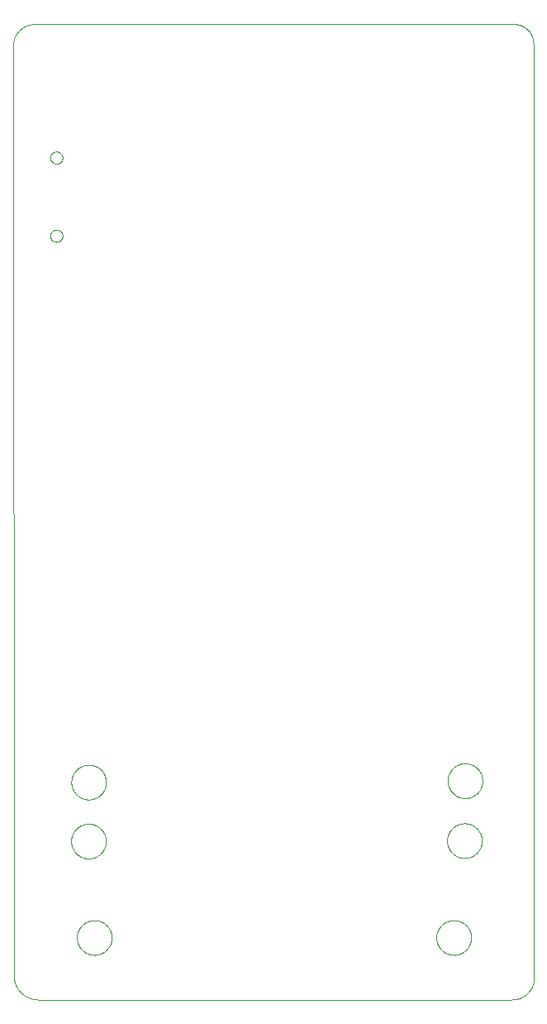
<source format=gbp>
G75*
%MOIN*%
%OFA0B0*%
%FSLAX25Y25*%
%IPPOS*%
%LPD*%
%AMOC8*
5,1,8,0,0,1.08239X$1,22.5*
%
%ADD10C,0.00000*%
D10*
X0001297Y0010767D02*
X0001000Y0385429D01*
X0001003Y0385640D01*
X0001010Y0385850D01*
X0001023Y0386061D01*
X0001041Y0386271D01*
X0001064Y0386480D01*
X0001092Y0386689D01*
X0001124Y0386897D01*
X0001162Y0387104D01*
X0001205Y0387311D01*
X0001253Y0387516D01*
X0001306Y0387720D01*
X0001364Y0387922D01*
X0001427Y0388124D01*
X0001494Y0388323D01*
X0001567Y0388521D01*
X0001644Y0388717D01*
X0001726Y0388911D01*
X0001812Y0389104D01*
X0001903Y0389294D01*
X0001999Y0389481D01*
X0002099Y0389667D01*
X0002204Y0389850D01*
X0002313Y0390030D01*
X0002426Y0390208D01*
X0002544Y0390383D01*
X0002665Y0390554D01*
X0002791Y0390723D01*
X0002921Y0390889D01*
X0003055Y0391052D01*
X0003193Y0391211D01*
X0003335Y0391367D01*
X0003480Y0391520D01*
X0003629Y0391669D01*
X0003782Y0391814D01*
X0003938Y0391956D01*
X0004097Y0392094D01*
X0004260Y0392228D01*
X0004426Y0392358D01*
X0004595Y0392484D01*
X0004766Y0392605D01*
X0004941Y0392723D01*
X0005119Y0392836D01*
X0005299Y0392945D01*
X0005482Y0393050D01*
X0005668Y0393150D01*
X0005855Y0393246D01*
X0006045Y0393337D01*
X0006238Y0393423D01*
X0006432Y0393505D01*
X0006628Y0393582D01*
X0006826Y0393655D01*
X0007025Y0393722D01*
X0007227Y0393785D01*
X0007429Y0393843D01*
X0007633Y0393896D01*
X0007838Y0393944D01*
X0008045Y0393987D01*
X0008252Y0394025D01*
X0008460Y0394057D01*
X0008669Y0394085D01*
X0008878Y0394108D01*
X0009088Y0394126D01*
X0009299Y0394139D01*
X0009509Y0394146D01*
X0009720Y0394149D01*
X0009720Y0394148D02*
X0203035Y0394148D01*
X0203226Y0394146D01*
X0203416Y0394139D01*
X0203606Y0394127D01*
X0203796Y0394111D01*
X0203986Y0394091D01*
X0204174Y0394065D01*
X0204363Y0394035D01*
X0204550Y0394001D01*
X0204737Y0393962D01*
X0204922Y0393919D01*
X0205107Y0393871D01*
X0205290Y0393819D01*
X0205472Y0393762D01*
X0205652Y0393701D01*
X0205831Y0393636D01*
X0206009Y0393566D01*
X0206184Y0393492D01*
X0206358Y0393414D01*
X0206530Y0393331D01*
X0206700Y0393245D01*
X0206867Y0393154D01*
X0207033Y0393059D01*
X0207196Y0392961D01*
X0207357Y0392858D01*
X0207515Y0392752D01*
X0207670Y0392642D01*
X0207823Y0392528D01*
X0207973Y0392411D01*
X0208120Y0392289D01*
X0208264Y0392165D01*
X0208405Y0392037D01*
X0208543Y0391905D01*
X0208678Y0391770D01*
X0208810Y0391632D01*
X0208938Y0391491D01*
X0209062Y0391347D01*
X0209184Y0391200D01*
X0209301Y0391050D01*
X0209415Y0390897D01*
X0209525Y0390742D01*
X0209631Y0390584D01*
X0209734Y0390423D01*
X0209832Y0390260D01*
X0209927Y0390094D01*
X0210018Y0389927D01*
X0210104Y0389757D01*
X0210187Y0389585D01*
X0210265Y0389411D01*
X0210339Y0389236D01*
X0210409Y0389058D01*
X0210474Y0388879D01*
X0210535Y0388699D01*
X0210592Y0388517D01*
X0210644Y0388334D01*
X0210692Y0388149D01*
X0210735Y0387964D01*
X0210774Y0387777D01*
X0210808Y0387590D01*
X0210838Y0387401D01*
X0210864Y0387213D01*
X0210884Y0387023D01*
X0210900Y0386833D01*
X0210912Y0386643D01*
X0210919Y0386453D01*
X0210921Y0386262D01*
X0211218Y0009978D01*
X0211215Y0009761D01*
X0211208Y0009544D01*
X0211194Y0009328D01*
X0211176Y0009111D01*
X0211153Y0008896D01*
X0211124Y0008681D01*
X0211090Y0008466D01*
X0211051Y0008253D01*
X0211006Y0008041D01*
X0210957Y0007829D01*
X0210903Y0007619D01*
X0210843Y0007411D01*
X0210779Y0007204D01*
X0210709Y0006998D01*
X0210635Y0006794D01*
X0210555Y0006592D01*
X0210471Y0006393D01*
X0210382Y0006195D01*
X0210288Y0005999D01*
X0210190Y0005806D01*
X0210086Y0005615D01*
X0209979Y0005427D01*
X0209867Y0005241D01*
X0209750Y0005058D01*
X0209629Y0004878D01*
X0209503Y0004701D01*
X0209374Y0004527D01*
X0209240Y0004356D01*
X0209102Y0004189D01*
X0208960Y0004024D01*
X0208814Y0003864D01*
X0208665Y0003707D01*
X0208511Y0003553D01*
X0208354Y0003404D01*
X0208194Y0003258D01*
X0208029Y0003116D01*
X0207862Y0002978D01*
X0207691Y0002844D01*
X0207517Y0002715D01*
X0207340Y0002589D01*
X0207160Y0002468D01*
X0206977Y0002351D01*
X0206791Y0002239D01*
X0206603Y0002132D01*
X0206412Y0002028D01*
X0206219Y0001930D01*
X0206023Y0001836D01*
X0205825Y0001747D01*
X0205626Y0001663D01*
X0205424Y0001583D01*
X0205220Y0001509D01*
X0205014Y0001439D01*
X0204807Y0001375D01*
X0204599Y0001315D01*
X0204389Y0001261D01*
X0204177Y0001212D01*
X0203965Y0001167D01*
X0203752Y0001128D01*
X0203537Y0001094D01*
X0203322Y0001065D01*
X0203107Y0001042D01*
X0202890Y0001024D01*
X0202674Y0001010D01*
X0202457Y0001003D01*
X0202240Y0001000D01*
X0011063Y0001000D01*
X0010827Y0001003D01*
X0010591Y0001011D01*
X0010356Y0001026D01*
X0010120Y0001046D01*
X0009886Y0001071D01*
X0009652Y0001102D01*
X0009419Y0001139D01*
X0009186Y0001182D01*
X0008955Y0001230D01*
X0008726Y0001284D01*
X0008497Y0001343D01*
X0008270Y0001408D01*
X0008045Y0001478D01*
X0007821Y0001554D01*
X0007600Y0001635D01*
X0007380Y0001721D01*
X0007162Y0001813D01*
X0006947Y0001910D01*
X0006734Y0002012D01*
X0006524Y0002119D01*
X0006316Y0002231D01*
X0006112Y0002348D01*
X0005910Y0002470D01*
X0005711Y0002597D01*
X0005515Y0002729D01*
X0005322Y0002865D01*
X0005133Y0003006D01*
X0004947Y0003152D01*
X0004765Y0003302D01*
X0004586Y0003456D01*
X0004412Y0003615D01*
X0004241Y0003778D01*
X0004074Y0003945D01*
X0003911Y0004116D01*
X0003752Y0004290D01*
X0003598Y0004469D01*
X0003448Y0004651D01*
X0003302Y0004837D01*
X0003161Y0005026D01*
X0003025Y0005219D01*
X0002893Y0005415D01*
X0002766Y0005614D01*
X0002644Y0005816D01*
X0002527Y0006020D01*
X0002415Y0006228D01*
X0002308Y0006438D01*
X0002206Y0006651D01*
X0002109Y0006866D01*
X0002017Y0007084D01*
X0001931Y0007304D01*
X0001850Y0007525D01*
X0001774Y0007749D01*
X0001704Y0007974D01*
X0001639Y0008201D01*
X0001580Y0008430D01*
X0001526Y0008659D01*
X0001478Y0008890D01*
X0001435Y0009123D01*
X0001398Y0009356D01*
X0001367Y0009590D01*
X0001342Y0009824D01*
X0001322Y0010060D01*
X0001307Y0010295D01*
X0001299Y0010531D01*
X0001296Y0010767D01*
X0024468Y0064839D02*
X0024470Y0065011D01*
X0024476Y0065182D01*
X0024487Y0065354D01*
X0024502Y0065525D01*
X0024521Y0065696D01*
X0024544Y0065866D01*
X0024571Y0066036D01*
X0024603Y0066205D01*
X0024638Y0066373D01*
X0024678Y0066540D01*
X0024722Y0066706D01*
X0024769Y0066871D01*
X0024821Y0067035D01*
X0024877Y0067197D01*
X0024937Y0067358D01*
X0025001Y0067518D01*
X0025069Y0067676D01*
X0025140Y0067832D01*
X0025215Y0067986D01*
X0025295Y0068139D01*
X0025377Y0068289D01*
X0025464Y0068438D01*
X0025554Y0068584D01*
X0025648Y0068728D01*
X0025745Y0068870D01*
X0025846Y0069009D01*
X0025950Y0069146D01*
X0026057Y0069280D01*
X0026168Y0069411D01*
X0026281Y0069540D01*
X0026398Y0069666D01*
X0026518Y0069789D01*
X0026641Y0069909D01*
X0026767Y0070026D01*
X0026896Y0070139D01*
X0027027Y0070250D01*
X0027161Y0070357D01*
X0027298Y0070461D01*
X0027437Y0070562D01*
X0027579Y0070659D01*
X0027723Y0070753D01*
X0027869Y0070843D01*
X0028018Y0070930D01*
X0028168Y0071012D01*
X0028321Y0071092D01*
X0028475Y0071167D01*
X0028631Y0071238D01*
X0028789Y0071306D01*
X0028949Y0071370D01*
X0029110Y0071430D01*
X0029272Y0071486D01*
X0029436Y0071538D01*
X0029601Y0071585D01*
X0029767Y0071629D01*
X0029934Y0071669D01*
X0030102Y0071704D01*
X0030271Y0071736D01*
X0030441Y0071763D01*
X0030611Y0071786D01*
X0030782Y0071805D01*
X0030953Y0071820D01*
X0031125Y0071831D01*
X0031296Y0071837D01*
X0031468Y0071839D01*
X0031640Y0071837D01*
X0031811Y0071831D01*
X0031983Y0071820D01*
X0032154Y0071805D01*
X0032325Y0071786D01*
X0032495Y0071763D01*
X0032665Y0071736D01*
X0032834Y0071704D01*
X0033002Y0071669D01*
X0033169Y0071629D01*
X0033335Y0071585D01*
X0033500Y0071538D01*
X0033664Y0071486D01*
X0033826Y0071430D01*
X0033987Y0071370D01*
X0034147Y0071306D01*
X0034305Y0071238D01*
X0034461Y0071167D01*
X0034615Y0071092D01*
X0034768Y0071012D01*
X0034918Y0070930D01*
X0035067Y0070843D01*
X0035213Y0070753D01*
X0035357Y0070659D01*
X0035499Y0070562D01*
X0035638Y0070461D01*
X0035775Y0070357D01*
X0035909Y0070250D01*
X0036040Y0070139D01*
X0036169Y0070026D01*
X0036295Y0069909D01*
X0036418Y0069789D01*
X0036538Y0069666D01*
X0036655Y0069540D01*
X0036768Y0069411D01*
X0036879Y0069280D01*
X0036986Y0069146D01*
X0037090Y0069009D01*
X0037191Y0068870D01*
X0037288Y0068728D01*
X0037382Y0068584D01*
X0037472Y0068438D01*
X0037559Y0068289D01*
X0037641Y0068139D01*
X0037721Y0067986D01*
X0037796Y0067832D01*
X0037867Y0067676D01*
X0037935Y0067518D01*
X0037999Y0067358D01*
X0038059Y0067197D01*
X0038115Y0067035D01*
X0038167Y0066871D01*
X0038214Y0066706D01*
X0038258Y0066540D01*
X0038298Y0066373D01*
X0038333Y0066205D01*
X0038365Y0066036D01*
X0038392Y0065866D01*
X0038415Y0065696D01*
X0038434Y0065525D01*
X0038449Y0065354D01*
X0038460Y0065182D01*
X0038466Y0065011D01*
X0038468Y0064839D01*
X0038466Y0064667D01*
X0038460Y0064496D01*
X0038449Y0064324D01*
X0038434Y0064153D01*
X0038415Y0063982D01*
X0038392Y0063812D01*
X0038365Y0063642D01*
X0038333Y0063473D01*
X0038298Y0063305D01*
X0038258Y0063138D01*
X0038214Y0062972D01*
X0038167Y0062807D01*
X0038115Y0062643D01*
X0038059Y0062481D01*
X0037999Y0062320D01*
X0037935Y0062160D01*
X0037867Y0062002D01*
X0037796Y0061846D01*
X0037721Y0061692D01*
X0037641Y0061539D01*
X0037559Y0061389D01*
X0037472Y0061240D01*
X0037382Y0061094D01*
X0037288Y0060950D01*
X0037191Y0060808D01*
X0037090Y0060669D01*
X0036986Y0060532D01*
X0036879Y0060398D01*
X0036768Y0060267D01*
X0036655Y0060138D01*
X0036538Y0060012D01*
X0036418Y0059889D01*
X0036295Y0059769D01*
X0036169Y0059652D01*
X0036040Y0059539D01*
X0035909Y0059428D01*
X0035775Y0059321D01*
X0035638Y0059217D01*
X0035499Y0059116D01*
X0035357Y0059019D01*
X0035213Y0058925D01*
X0035067Y0058835D01*
X0034918Y0058748D01*
X0034768Y0058666D01*
X0034615Y0058586D01*
X0034461Y0058511D01*
X0034305Y0058440D01*
X0034147Y0058372D01*
X0033987Y0058308D01*
X0033826Y0058248D01*
X0033664Y0058192D01*
X0033500Y0058140D01*
X0033335Y0058093D01*
X0033169Y0058049D01*
X0033002Y0058009D01*
X0032834Y0057974D01*
X0032665Y0057942D01*
X0032495Y0057915D01*
X0032325Y0057892D01*
X0032154Y0057873D01*
X0031983Y0057858D01*
X0031811Y0057847D01*
X0031640Y0057841D01*
X0031468Y0057839D01*
X0031296Y0057841D01*
X0031125Y0057847D01*
X0030953Y0057858D01*
X0030782Y0057873D01*
X0030611Y0057892D01*
X0030441Y0057915D01*
X0030271Y0057942D01*
X0030102Y0057974D01*
X0029934Y0058009D01*
X0029767Y0058049D01*
X0029601Y0058093D01*
X0029436Y0058140D01*
X0029272Y0058192D01*
X0029110Y0058248D01*
X0028949Y0058308D01*
X0028789Y0058372D01*
X0028631Y0058440D01*
X0028475Y0058511D01*
X0028321Y0058586D01*
X0028168Y0058666D01*
X0028018Y0058748D01*
X0027869Y0058835D01*
X0027723Y0058925D01*
X0027579Y0059019D01*
X0027437Y0059116D01*
X0027298Y0059217D01*
X0027161Y0059321D01*
X0027027Y0059428D01*
X0026896Y0059539D01*
X0026767Y0059652D01*
X0026641Y0059769D01*
X0026518Y0059889D01*
X0026398Y0060012D01*
X0026281Y0060138D01*
X0026168Y0060267D01*
X0026057Y0060398D01*
X0025950Y0060532D01*
X0025846Y0060669D01*
X0025745Y0060808D01*
X0025648Y0060950D01*
X0025554Y0061094D01*
X0025464Y0061240D01*
X0025377Y0061389D01*
X0025295Y0061539D01*
X0025215Y0061692D01*
X0025140Y0061846D01*
X0025069Y0062002D01*
X0025001Y0062160D01*
X0024937Y0062320D01*
X0024877Y0062481D01*
X0024821Y0062643D01*
X0024769Y0062807D01*
X0024722Y0062972D01*
X0024678Y0063138D01*
X0024638Y0063305D01*
X0024603Y0063473D01*
X0024571Y0063642D01*
X0024544Y0063812D01*
X0024521Y0063982D01*
X0024502Y0064153D01*
X0024487Y0064324D01*
X0024476Y0064496D01*
X0024470Y0064667D01*
X0024468Y0064839D01*
X0024536Y0088621D02*
X0024538Y0088793D01*
X0024544Y0088964D01*
X0024555Y0089136D01*
X0024570Y0089307D01*
X0024589Y0089478D01*
X0024612Y0089648D01*
X0024639Y0089818D01*
X0024671Y0089987D01*
X0024706Y0090155D01*
X0024746Y0090322D01*
X0024790Y0090488D01*
X0024837Y0090653D01*
X0024889Y0090817D01*
X0024945Y0090979D01*
X0025005Y0091140D01*
X0025069Y0091300D01*
X0025137Y0091458D01*
X0025208Y0091614D01*
X0025283Y0091768D01*
X0025363Y0091921D01*
X0025445Y0092071D01*
X0025532Y0092220D01*
X0025622Y0092366D01*
X0025716Y0092510D01*
X0025813Y0092652D01*
X0025914Y0092791D01*
X0026018Y0092928D01*
X0026125Y0093062D01*
X0026236Y0093193D01*
X0026349Y0093322D01*
X0026466Y0093448D01*
X0026586Y0093571D01*
X0026709Y0093691D01*
X0026835Y0093808D01*
X0026964Y0093921D01*
X0027095Y0094032D01*
X0027229Y0094139D01*
X0027366Y0094243D01*
X0027505Y0094344D01*
X0027647Y0094441D01*
X0027791Y0094535D01*
X0027937Y0094625D01*
X0028086Y0094712D01*
X0028236Y0094794D01*
X0028389Y0094874D01*
X0028543Y0094949D01*
X0028699Y0095020D01*
X0028857Y0095088D01*
X0029017Y0095152D01*
X0029178Y0095212D01*
X0029340Y0095268D01*
X0029504Y0095320D01*
X0029669Y0095367D01*
X0029835Y0095411D01*
X0030002Y0095451D01*
X0030170Y0095486D01*
X0030339Y0095518D01*
X0030509Y0095545D01*
X0030679Y0095568D01*
X0030850Y0095587D01*
X0031021Y0095602D01*
X0031193Y0095613D01*
X0031364Y0095619D01*
X0031536Y0095621D01*
X0031708Y0095619D01*
X0031879Y0095613D01*
X0032051Y0095602D01*
X0032222Y0095587D01*
X0032393Y0095568D01*
X0032563Y0095545D01*
X0032733Y0095518D01*
X0032902Y0095486D01*
X0033070Y0095451D01*
X0033237Y0095411D01*
X0033403Y0095367D01*
X0033568Y0095320D01*
X0033732Y0095268D01*
X0033894Y0095212D01*
X0034055Y0095152D01*
X0034215Y0095088D01*
X0034373Y0095020D01*
X0034529Y0094949D01*
X0034683Y0094874D01*
X0034836Y0094794D01*
X0034986Y0094712D01*
X0035135Y0094625D01*
X0035281Y0094535D01*
X0035425Y0094441D01*
X0035567Y0094344D01*
X0035706Y0094243D01*
X0035843Y0094139D01*
X0035977Y0094032D01*
X0036108Y0093921D01*
X0036237Y0093808D01*
X0036363Y0093691D01*
X0036486Y0093571D01*
X0036606Y0093448D01*
X0036723Y0093322D01*
X0036836Y0093193D01*
X0036947Y0093062D01*
X0037054Y0092928D01*
X0037158Y0092791D01*
X0037259Y0092652D01*
X0037356Y0092510D01*
X0037450Y0092366D01*
X0037540Y0092220D01*
X0037627Y0092071D01*
X0037709Y0091921D01*
X0037789Y0091768D01*
X0037864Y0091614D01*
X0037935Y0091458D01*
X0038003Y0091300D01*
X0038067Y0091140D01*
X0038127Y0090979D01*
X0038183Y0090817D01*
X0038235Y0090653D01*
X0038282Y0090488D01*
X0038326Y0090322D01*
X0038366Y0090155D01*
X0038401Y0089987D01*
X0038433Y0089818D01*
X0038460Y0089648D01*
X0038483Y0089478D01*
X0038502Y0089307D01*
X0038517Y0089136D01*
X0038528Y0088964D01*
X0038534Y0088793D01*
X0038536Y0088621D01*
X0038534Y0088449D01*
X0038528Y0088278D01*
X0038517Y0088106D01*
X0038502Y0087935D01*
X0038483Y0087764D01*
X0038460Y0087594D01*
X0038433Y0087424D01*
X0038401Y0087255D01*
X0038366Y0087087D01*
X0038326Y0086920D01*
X0038282Y0086754D01*
X0038235Y0086589D01*
X0038183Y0086425D01*
X0038127Y0086263D01*
X0038067Y0086102D01*
X0038003Y0085942D01*
X0037935Y0085784D01*
X0037864Y0085628D01*
X0037789Y0085474D01*
X0037709Y0085321D01*
X0037627Y0085171D01*
X0037540Y0085022D01*
X0037450Y0084876D01*
X0037356Y0084732D01*
X0037259Y0084590D01*
X0037158Y0084451D01*
X0037054Y0084314D01*
X0036947Y0084180D01*
X0036836Y0084049D01*
X0036723Y0083920D01*
X0036606Y0083794D01*
X0036486Y0083671D01*
X0036363Y0083551D01*
X0036237Y0083434D01*
X0036108Y0083321D01*
X0035977Y0083210D01*
X0035843Y0083103D01*
X0035706Y0082999D01*
X0035567Y0082898D01*
X0035425Y0082801D01*
X0035281Y0082707D01*
X0035135Y0082617D01*
X0034986Y0082530D01*
X0034836Y0082448D01*
X0034683Y0082368D01*
X0034529Y0082293D01*
X0034373Y0082222D01*
X0034215Y0082154D01*
X0034055Y0082090D01*
X0033894Y0082030D01*
X0033732Y0081974D01*
X0033568Y0081922D01*
X0033403Y0081875D01*
X0033237Y0081831D01*
X0033070Y0081791D01*
X0032902Y0081756D01*
X0032733Y0081724D01*
X0032563Y0081697D01*
X0032393Y0081674D01*
X0032222Y0081655D01*
X0032051Y0081640D01*
X0031879Y0081629D01*
X0031708Y0081623D01*
X0031536Y0081621D01*
X0031364Y0081623D01*
X0031193Y0081629D01*
X0031021Y0081640D01*
X0030850Y0081655D01*
X0030679Y0081674D01*
X0030509Y0081697D01*
X0030339Y0081724D01*
X0030170Y0081756D01*
X0030002Y0081791D01*
X0029835Y0081831D01*
X0029669Y0081875D01*
X0029504Y0081922D01*
X0029340Y0081974D01*
X0029178Y0082030D01*
X0029017Y0082090D01*
X0028857Y0082154D01*
X0028699Y0082222D01*
X0028543Y0082293D01*
X0028389Y0082368D01*
X0028236Y0082448D01*
X0028086Y0082530D01*
X0027937Y0082617D01*
X0027791Y0082707D01*
X0027647Y0082801D01*
X0027505Y0082898D01*
X0027366Y0082999D01*
X0027229Y0083103D01*
X0027095Y0083210D01*
X0026964Y0083321D01*
X0026835Y0083434D01*
X0026709Y0083551D01*
X0026586Y0083671D01*
X0026466Y0083794D01*
X0026349Y0083920D01*
X0026236Y0084049D01*
X0026125Y0084180D01*
X0026018Y0084314D01*
X0025914Y0084451D01*
X0025813Y0084590D01*
X0025716Y0084732D01*
X0025622Y0084876D01*
X0025532Y0085022D01*
X0025445Y0085171D01*
X0025363Y0085321D01*
X0025283Y0085474D01*
X0025208Y0085628D01*
X0025137Y0085784D01*
X0025069Y0085942D01*
X0025005Y0086102D01*
X0024945Y0086263D01*
X0024889Y0086425D01*
X0024837Y0086589D01*
X0024790Y0086754D01*
X0024746Y0086920D01*
X0024706Y0087087D01*
X0024671Y0087255D01*
X0024639Y0087424D01*
X0024612Y0087594D01*
X0024589Y0087764D01*
X0024570Y0087935D01*
X0024555Y0088106D01*
X0024544Y0088278D01*
X0024538Y0088449D01*
X0024536Y0088621D01*
X0026797Y0026000D02*
X0026799Y0026172D01*
X0026805Y0026343D01*
X0026816Y0026515D01*
X0026831Y0026686D01*
X0026850Y0026857D01*
X0026873Y0027027D01*
X0026900Y0027197D01*
X0026932Y0027366D01*
X0026967Y0027534D01*
X0027007Y0027701D01*
X0027051Y0027867D01*
X0027098Y0028032D01*
X0027150Y0028196D01*
X0027206Y0028358D01*
X0027266Y0028519D01*
X0027330Y0028679D01*
X0027398Y0028837D01*
X0027469Y0028993D01*
X0027544Y0029147D01*
X0027624Y0029300D01*
X0027706Y0029450D01*
X0027793Y0029599D01*
X0027883Y0029745D01*
X0027977Y0029889D01*
X0028074Y0030031D01*
X0028175Y0030170D01*
X0028279Y0030307D01*
X0028386Y0030441D01*
X0028497Y0030572D01*
X0028610Y0030701D01*
X0028727Y0030827D01*
X0028847Y0030950D01*
X0028970Y0031070D01*
X0029096Y0031187D01*
X0029225Y0031300D01*
X0029356Y0031411D01*
X0029490Y0031518D01*
X0029627Y0031622D01*
X0029766Y0031723D01*
X0029908Y0031820D01*
X0030052Y0031914D01*
X0030198Y0032004D01*
X0030347Y0032091D01*
X0030497Y0032173D01*
X0030650Y0032253D01*
X0030804Y0032328D01*
X0030960Y0032399D01*
X0031118Y0032467D01*
X0031278Y0032531D01*
X0031439Y0032591D01*
X0031601Y0032647D01*
X0031765Y0032699D01*
X0031930Y0032746D01*
X0032096Y0032790D01*
X0032263Y0032830D01*
X0032431Y0032865D01*
X0032600Y0032897D01*
X0032770Y0032924D01*
X0032940Y0032947D01*
X0033111Y0032966D01*
X0033282Y0032981D01*
X0033454Y0032992D01*
X0033625Y0032998D01*
X0033797Y0033000D01*
X0033969Y0032998D01*
X0034140Y0032992D01*
X0034312Y0032981D01*
X0034483Y0032966D01*
X0034654Y0032947D01*
X0034824Y0032924D01*
X0034994Y0032897D01*
X0035163Y0032865D01*
X0035331Y0032830D01*
X0035498Y0032790D01*
X0035664Y0032746D01*
X0035829Y0032699D01*
X0035993Y0032647D01*
X0036155Y0032591D01*
X0036316Y0032531D01*
X0036476Y0032467D01*
X0036634Y0032399D01*
X0036790Y0032328D01*
X0036944Y0032253D01*
X0037097Y0032173D01*
X0037247Y0032091D01*
X0037396Y0032004D01*
X0037542Y0031914D01*
X0037686Y0031820D01*
X0037828Y0031723D01*
X0037967Y0031622D01*
X0038104Y0031518D01*
X0038238Y0031411D01*
X0038369Y0031300D01*
X0038498Y0031187D01*
X0038624Y0031070D01*
X0038747Y0030950D01*
X0038867Y0030827D01*
X0038984Y0030701D01*
X0039097Y0030572D01*
X0039208Y0030441D01*
X0039315Y0030307D01*
X0039419Y0030170D01*
X0039520Y0030031D01*
X0039617Y0029889D01*
X0039711Y0029745D01*
X0039801Y0029599D01*
X0039888Y0029450D01*
X0039970Y0029300D01*
X0040050Y0029147D01*
X0040125Y0028993D01*
X0040196Y0028837D01*
X0040264Y0028679D01*
X0040328Y0028519D01*
X0040388Y0028358D01*
X0040444Y0028196D01*
X0040496Y0028032D01*
X0040543Y0027867D01*
X0040587Y0027701D01*
X0040627Y0027534D01*
X0040662Y0027366D01*
X0040694Y0027197D01*
X0040721Y0027027D01*
X0040744Y0026857D01*
X0040763Y0026686D01*
X0040778Y0026515D01*
X0040789Y0026343D01*
X0040795Y0026172D01*
X0040797Y0026000D01*
X0040795Y0025828D01*
X0040789Y0025657D01*
X0040778Y0025485D01*
X0040763Y0025314D01*
X0040744Y0025143D01*
X0040721Y0024973D01*
X0040694Y0024803D01*
X0040662Y0024634D01*
X0040627Y0024466D01*
X0040587Y0024299D01*
X0040543Y0024133D01*
X0040496Y0023968D01*
X0040444Y0023804D01*
X0040388Y0023642D01*
X0040328Y0023481D01*
X0040264Y0023321D01*
X0040196Y0023163D01*
X0040125Y0023007D01*
X0040050Y0022853D01*
X0039970Y0022700D01*
X0039888Y0022550D01*
X0039801Y0022401D01*
X0039711Y0022255D01*
X0039617Y0022111D01*
X0039520Y0021969D01*
X0039419Y0021830D01*
X0039315Y0021693D01*
X0039208Y0021559D01*
X0039097Y0021428D01*
X0038984Y0021299D01*
X0038867Y0021173D01*
X0038747Y0021050D01*
X0038624Y0020930D01*
X0038498Y0020813D01*
X0038369Y0020700D01*
X0038238Y0020589D01*
X0038104Y0020482D01*
X0037967Y0020378D01*
X0037828Y0020277D01*
X0037686Y0020180D01*
X0037542Y0020086D01*
X0037396Y0019996D01*
X0037247Y0019909D01*
X0037097Y0019827D01*
X0036944Y0019747D01*
X0036790Y0019672D01*
X0036634Y0019601D01*
X0036476Y0019533D01*
X0036316Y0019469D01*
X0036155Y0019409D01*
X0035993Y0019353D01*
X0035829Y0019301D01*
X0035664Y0019254D01*
X0035498Y0019210D01*
X0035331Y0019170D01*
X0035163Y0019135D01*
X0034994Y0019103D01*
X0034824Y0019076D01*
X0034654Y0019053D01*
X0034483Y0019034D01*
X0034312Y0019019D01*
X0034140Y0019008D01*
X0033969Y0019002D01*
X0033797Y0019000D01*
X0033625Y0019002D01*
X0033454Y0019008D01*
X0033282Y0019019D01*
X0033111Y0019034D01*
X0032940Y0019053D01*
X0032770Y0019076D01*
X0032600Y0019103D01*
X0032431Y0019135D01*
X0032263Y0019170D01*
X0032096Y0019210D01*
X0031930Y0019254D01*
X0031765Y0019301D01*
X0031601Y0019353D01*
X0031439Y0019409D01*
X0031278Y0019469D01*
X0031118Y0019533D01*
X0030960Y0019601D01*
X0030804Y0019672D01*
X0030650Y0019747D01*
X0030497Y0019827D01*
X0030347Y0019909D01*
X0030198Y0019996D01*
X0030052Y0020086D01*
X0029908Y0020180D01*
X0029766Y0020277D01*
X0029627Y0020378D01*
X0029490Y0020482D01*
X0029356Y0020589D01*
X0029225Y0020700D01*
X0029096Y0020813D01*
X0028970Y0020930D01*
X0028847Y0021050D01*
X0028727Y0021173D01*
X0028610Y0021299D01*
X0028497Y0021428D01*
X0028386Y0021559D01*
X0028279Y0021693D01*
X0028175Y0021830D01*
X0028074Y0021969D01*
X0027977Y0022111D01*
X0027883Y0022255D01*
X0027793Y0022401D01*
X0027706Y0022550D01*
X0027624Y0022700D01*
X0027544Y0022853D01*
X0027469Y0023007D01*
X0027398Y0023163D01*
X0027330Y0023321D01*
X0027266Y0023481D01*
X0027206Y0023642D01*
X0027150Y0023804D01*
X0027098Y0023968D01*
X0027051Y0024133D01*
X0027007Y0024299D01*
X0026967Y0024466D01*
X0026932Y0024634D01*
X0026900Y0024803D01*
X0026873Y0024973D01*
X0026850Y0025143D01*
X0026831Y0025314D01*
X0026816Y0025485D01*
X0026805Y0025657D01*
X0026799Y0025828D01*
X0026797Y0026000D01*
X0016041Y0308795D02*
X0016043Y0308894D01*
X0016049Y0308993D01*
X0016059Y0309092D01*
X0016073Y0309190D01*
X0016091Y0309287D01*
X0016113Y0309384D01*
X0016138Y0309480D01*
X0016168Y0309574D01*
X0016201Y0309668D01*
X0016238Y0309760D01*
X0016279Y0309850D01*
X0016323Y0309939D01*
X0016371Y0310025D01*
X0016422Y0310110D01*
X0016477Y0310193D01*
X0016535Y0310273D01*
X0016596Y0310351D01*
X0016660Y0310427D01*
X0016727Y0310500D01*
X0016797Y0310570D01*
X0016870Y0310637D01*
X0016946Y0310701D01*
X0017024Y0310762D01*
X0017104Y0310820D01*
X0017187Y0310875D01*
X0017271Y0310926D01*
X0017358Y0310974D01*
X0017447Y0311018D01*
X0017537Y0311059D01*
X0017629Y0311096D01*
X0017723Y0311129D01*
X0017817Y0311159D01*
X0017913Y0311184D01*
X0018010Y0311206D01*
X0018107Y0311224D01*
X0018205Y0311238D01*
X0018304Y0311248D01*
X0018403Y0311254D01*
X0018502Y0311256D01*
X0018601Y0311254D01*
X0018700Y0311248D01*
X0018799Y0311238D01*
X0018897Y0311224D01*
X0018994Y0311206D01*
X0019091Y0311184D01*
X0019187Y0311159D01*
X0019281Y0311129D01*
X0019375Y0311096D01*
X0019467Y0311059D01*
X0019557Y0311018D01*
X0019646Y0310974D01*
X0019732Y0310926D01*
X0019817Y0310875D01*
X0019900Y0310820D01*
X0019980Y0310762D01*
X0020058Y0310701D01*
X0020134Y0310637D01*
X0020207Y0310570D01*
X0020277Y0310500D01*
X0020344Y0310427D01*
X0020408Y0310351D01*
X0020469Y0310273D01*
X0020527Y0310193D01*
X0020582Y0310110D01*
X0020633Y0310026D01*
X0020681Y0309939D01*
X0020725Y0309850D01*
X0020766Y0309760D01*
X0020803Y0309668D01*
X0020836Y0309574D01*
X0020866Y0309480D01*
X0020891Y0309384D01*
X0020913Y0309287D01*
X0020931Y0309190D01*
X0020945Y0309092D01*
X0020955Y0308993D01*
X0020961Y0308894D01*
X0020963Y0308795D01*
X0020961Y0308696D01*
X0020955Y0308597D01*
X0020945Y0308498D01*
X0020931Y0308400D01*
X0020913Y0308303D01*
X0020891Y0308206D01*
X0020866Y0308110D01*
X0020836Y0308016D01*
X0020803Y0307922D01*
X0020766Y0307830D01*
X0020725Y0307740D01*
X0020681Y0307651D01*
X0020633Y0307565D01*
X0020582Y0307480D01*
X0020527Y0307397D01*
X0020469Y0307317D01*
X0020408Y0307239D01*
X0020344Y0307163D01*
X0020277Y0307090D01*
X0020207Y0307020D01*
X0020134Y0306953D01*
X0020058Y0306889D01*
X0019980Y0306828D01*
X0019900Y0306770D01*
X0019817Y0306715D01*
X0019733Y0306664D01*
X0019646Y0306616D01*
X0019557Y0306572D01*
X0019467Y0306531D01*
X0019375Y0306494D01*
X0019281Y0306461D01*
X0019187Y0306431D01*
X0019091Y0306406D01*
X0018994Y0306384D01*
X0018897Y0306366D01*
X0018799Y0306352D01*
X0018700Y0306342D01*
X0018601Y0306336D01*
X0018502Y0306334D01*
X0018403Y0306336D01*
X0018304Y0306342D01*
X0018205Y0306352D01*
X0018107Y0306366D01*
X0018010Y0306384D01*
X0017913Y0306406D01*
X0017817Y0306431D01*
X0017723Y0306461D01*
X0017629Y0306494D01*
X0017537Y0306531D01*
X0017447Y0306572D01*
X0017358Y0306616D01*
X0017272Y0306664D01*
X0017187Y0306715D01*
X0017104Y0306770D01*
X0017024Y0306828D01*
X0016946Y0306889D01*
X0016870Y0306953D01*
X0016797Y0307020D01*
X0016727Y0307090D01*
X0016660Y0307163D01*
X0016596Y0307239D01*
X0016535Y0307317D01*
X0016477Y0307397D01*
X0016422Y0307480D01*
X0016371Y0307564D01*
X0016323Y0307651D01*
X0016279Y0307740D01*
X0016238Y0307830D01*
X0016201Y0307922D01*
X0016168Y0308016D01*
X0016138Y0308110D01*
X0016113Y0308206D01*
X0016091Y0308303D01*
X0016073Y0308400D01*
X0016059Y0308498D01*
X0016049Y0308597D01*
X0016043Y0308696D01*
X0016041Y0308795D01*
X0016041Y0340291D02*
X0016043Y0340390D01*
X0016049Y0340489D01*
X0016059Y0340588D01*
X0016073Y0340686D01*
X0016091Y0340783D01*
X0016113Y0340880D01*
X0016138Y0340976D01*
X0016168Y0341070D01*
X0016201Y0341164D01*
X0016238Y0341256D01*
X0016279Y0341346D01*
X0016323Y0341435D01*
X0016371Y0341521D01*
X0016422Y0341606D01*
X0016477Y0341689D01*
X0016535Y0341769D01*
X0016596Y0341847D01*
X0016660Y0341923D01*
X0016727Y0341996D01*
X0016797Y0342066D01*
X0016870Y0342133D01*
X0016946Y0342197D01*
X0017024Y0342258D01*
X0017104Y0342316D01*
X0017187Y0342371D01*
X0017271Y0342422D01*
X0017358Y0342470D01*
X0017447Y0342514D01*
X0017537Y0342555D01*
X0017629Y0342592D01*
X0017723Y0342625D01*
X0017817Y0342655D01*
X0017913Y0342680D01*
X0018010Y0342702D01*
X0018107Y0342720D01*
X0018205Y0342734D01*
X0018304Y0342744D01*
X0018403Y0342750D01*
X0018502Y0342752D01*
X0018601Y0342750D01*
X0018700Y0342744D01*
X0018799Y0342734D01*
X0018897Y0342720D01*
X0018994Y0342702D01*
X0019091Y0342680D01*
X0019187Y0342655D01*
X0019281Y0342625D01*
X0019375Y0342592D01*
X0019467Y0342555D01*
X0019557Y0342514D01*
X0019646Y0342470D01*
X0019732Y0342422D01*
X0019817Y0342371D01*
X0019900Y0342316D01*
X0019980Y0342258D01*
X0020058Y0342197D01*
X0020134Y0342133D01*
X0020207Y0342066D01*
X0020277Y0341996D01*
X0020344Y0341923D01*
X0020408Y0341847D01*
X0020469Y0341769D01*
X0020527Y0341689D01*
X0020582Y0341606D01*
X0020633Y0341522D01*
X0020681Y0341435D01*
X0020725Y0341346D01*
X0020766Y0341256D01*
X0020803Y0341164D01*
X0020836Y0341070D01*
X0020866Y0340976D01*
X0020891Y0340880D01*
X0020913Y0340783D01*
X0020931Y0340686D01*
X0020945Y0340588D01*
X0020955Y0340489D01*
X0020961Y0340390D01*
X0020963Y0340291D01*
X0020961Y0340192D01*
X0020955Y0340093D01*
X0020945Y0339994D01*
X0020931Y0339896D01*
X0020913Y0339799D01*
X0020891Y0339702D01*
X0020866Y0339606D01*
X0020836Y0339512D01*
X0020803Y0339418D01*
X0020766Y0339326D01*
X0020725Y0339236D01*
X0020681Y0339147D01*
X0020633Y0339061D01*
X0020582Y0338976D01*
X0020527Y0338893D01*
X0020469Y0338813D01*
X0020408Y0338735D01*
X0020344Y0338659D01*
X0020277Y0338586D01*
X0020207Y0338516D01*
X0020134Y0338449D01*
X0020058Y0338385D01*
X0019980Y0338324D01*
X0019900Y0338266D01*
X0019817Y0338211D01*
X0019733Y0338160D01*
X0019646Y0338112D01*
X0019557Y0338068D01*
X0019467Y0338027D01*
X0019375Y0337990D01*
X0019281Y0337957D01*
X0019187Y0337927D01*
X0019091Y0337902D01*
X0018994Y0337880D01*
X0018897Y0337862D01*
X0018799Y0337848D01*
X0018700Y0337838D01*
X0018601Y0337832D01*
X0018502Y0337830D01*
X0018403Y0337832D01*
X0018304Y0337838D01*
X0018205Y0337848D01*
X0018107Y0337862D01*
X0018010Y0337880D01*
X0017913Y0337902D01*
X0017817Y0337927D01*
X0017723Y0337957D01*
X0017629Y0337990D01*
X0017537Y0338027D01*
X0017447Y0338068D01*
X0017358Y0338112D01*
X0017272Y0338160D01*
X0017187Y0338211D01*
X0017104Y0338266D01*
X0017024Y0338324D01*
X0016946Y0338385D01*
X0016870Y0338449D01*
X0016797Y0338516D01*
X0016727Y0338586D01*
X0016660Y0338659D01*
X0016596Y0338735D01*
X0016535Y0338813D01*
X0016477Y0338893D01*
X0016422Y0338976D01*
X0016371Y0339060D01*
X0016323Y0339147D01*
X0016279Y0339236D01*
X0016238Y0339326D01*
X0016201Y0339418D01*
X0016168Y0339512D01*
X0016138Y0339606D01*
X0016113Y0339702D01*
X0016091Y0339799D01*
X0016073Y0339896D01*
X0016059Y0339994D01*
X0016049Y0340093D01*
X0016043Y0340192D01*
X0016041Y0340291D01*
X0171797Y0026000D02*
X0171799Y0026172D01*
X0171805Y0026343D01*
X0171816Y0026515D01*
X0171831Y0026686D01*
X0171850Y0026857D01*
X0171873Y0027027D01*
X0171900Y0027197D01*
X0171932Y0027366D01*
X0171967Y0027534D01*
X0172007Y0027701D01*
X0172051Y0027867D01*
X0172098Y0028032D01*
X0172150Y0028196D01*
X0172206Y0028358D01*
X0172266Y0028519D01*
X0172330Y0028679D01*
X0172398Y0028837D01*
X0172469Y0028993D01*
X0172544Y0029147D01*
X0172624Y0029300D01*
X0172706Y0029450D01*
X0172793Y0029599D01*
X0172883Y0029745D01*
X0172977Y0029889D01*
X0173074Y0030031D01*
X0173175Y0030170D01*
X0173279Y0030307D01*
X0173386Y0030441D01*
X0173497Y0030572D01*
X0173610Y0030701D01*
X0173727Y0030827D01*
X0173847Y0030950D01*
X0173970Y0031070D01*
X0174096Y0031187D01*
X0174225Y0031300D01*
X0174356Y0031411D01*
X0174490Y0031518D01*
X0174627Y0031622D01*
X0174766Y0031723D01*
X0174908Y0031820D01*
X0175052Y0031914D01*
X0175198Y0032004D01*
X0175347Y0032091D01*
X0175497Y0032173D01*
X0175650Y0032253D01*
X0175804Y0032328D01*
X0175960Y0032399D01*
X0176118Y0032467D01*
X0176278Y0032531D01*
X0176439Y0032591D01*
X0176601Y0032647D01*
X0176765Y0032699D01*
X0176930Y0032746D01*
X0177096Y0032790D01*
X0177263Y0032830D01*
X0177431Y0032865D01*
X0177600Y0032897D01*
X0177770Y0032924D01*
X0177940Y0032947D01*
X0178111Y0032966D01*
X0178282Y0032981D01*
X0178454Y0032992D01*
X0178625Y0032998D01*
X0178797Y0033000D01*
X0178969Y0032998D01*
X0179140Y0032992D01*
X0179312Y0032981D01*
X0179483Y0032966D01*
X0179654Y0032947D01*
X0179824Y0032924D01*
X0179994Y0032897D01*
X0180163Y0032865D01*
X0180331Y0032830D01*
X0180498Y0032790D01*
X0180664Y0032746D01*
X0180829Y0032699D01*
X0180993Y0032647D01*
X0181155Y0032591D01*
X0181316Y0032531D01*
X0181476Y0032467D01*
X0181634Y0032399D01*
X0181790Y0032328D01*
X0181944Y0032253D01*
X0182097Y0032173D01*
X0182247Y0032091D01*
X0182396Y0032004D01*
X0182542Y0031914D01*
X0182686Y0031820D01*
X0182828Y0031723D01*
X0182967Y0031622D01*
X0183104Y0031518D01*
X0183238Y0031411D01*
X0183369Y0031300D01*
X0183498Y0031187D01*
X0183624Y0031070D01*
X0183747Y0030950D01*
X0183867Y0030827D01*
X0183984Y0030701D01*
X0184097Y0030572D01*
X0184208Y0030441D01*
X0184315Y0030307D01*
X0184419Y0030170D01*
X0184520Y0030031D01*
X0184617Y0029889D01*
X0184711Y0029745D01*
X0184801Y0029599D01*
X0184888Y0029450D01*
X0184970Y0029300D01*
X0185050Y0029147D01*
X0185125Y0028993D01*
X0185196Y0028837D01*
X0185264Y0028679D01*
X0185328Y0028519D01*
X0185388Y0028358D01*
X0185444Y0028196D01*
X0185496Y0028032D01*
X0185543Y0027867D01*
X0185587Y0027701D01*
X0185627Y0027534D01*
X0185662Y0027366D01*
X0185694Y0027197D01*
X0185721Y0027027D01*
X0185744Y0026857D01*
X0185763Y0026686D01*
X0185778Y0026515D01*
X0185789Y0026343D01*
X0185795Y0026172D01*
X0185797Y0026000D01*
X0185795Y0025828D01*
X0185789Y0025657D01*
X0185778Y0025485D01*
X0185763Y0025314D01*
X0185744Y0025143D01*
X0185721Y0024973D01*
X0185694Y0024803D01*
X0185662Y0024634D01*
X0185627Y0024466D01*
X0185587Y0024299D01*
X0185543Y0024133D01*
X0185496Y0023968D01*
X0185444Y0023804D01*
X0185388Y0023642D01*
X0185328Y0023481D01*
X0185264Y0023321D01*
X0185196Y0023163D01*
X0185125Y0023007D01*
X0185050Y0022853D01*
X0184970Y0022700D01*
X0184888Y0022550D01*
X0184801Y0022401D01*
X0184711Y0022255D01*
X0184617Y0022111D01*
X0184520Y0021969D01*
X0184419Y0021830D01*
X0184315Y0021693D01*
X0184208Y0021559D01*
X0184097Y0021428D01*
X0183984Y0021299D01*
X0183867Y0021173D01*
X0183747Y0021050D01*
X0183624Y0020930D01*
X0183498Y0020813D01*
X0183369Y0020700D01*
X0183238Y0020589D01*
X0183104Y0020482D01*
X0182967Y0020378D01*
X0182828Y0020277D01*
X0182686Y0020180D01*
X0182542Y0020086D01*
X0182396Y0019996D01*
X0182247Y0019909D01*
X0182097Y0019827D01*
X0181944Y0019747D01*
X0181790Y0019672D01*
X0181634Y0019601D01*
X0181476Y0019533D01*
X0181316Y0019469D01*
X0181155Y0019409D01*
X0180993Y0019353D01*
X0180829Y0019301D01*
X0180664Y0019254D01*
X0180498Y0019210D01*
X0180331Y0019170D01*
X0180163Y0019135D01*
X0179994Y0019103D01*
X0179824Y0019076D01*
X0179654Y0019053D01*
X0179483Y0019034D01*
X0179312Y0019019D01*
X0179140Y0019008D01*
X0178969Y0019002D01*
X0178797Y0019000D01*
X0178625Y0019002D01*
X0178454Y0019008D01*
X0178282Y0019019D01*
X0178111Y0019034D01*
X0177940Y0019053D01*
X0177770Y0019076D01*
X0177600Y0019103D01*
X0177431Y0019135D01*
X0177263Y0019170D01*
X0177096Y0019210D01*
X0176930Y0019254D01*
X0176765Y0019301D01*
X0176601Y0019353D01*
X0176439Y0019409D01*
X0176278Y0019469D01*
X0176118Y0019533D01*
X0175960Y0019601D01*
X0175804Y0019672D01*
X0175650Y0019747D01*
X0175497Y0019827D01*
X0175347Y0019909D01*
X0175198Y0019996D01*
X0175052Y0020086D01*
X0174908Y0020180D01*
X0174766Y0020277D01*
X0174627Y0020378D01*
X0174490Y0020482D01*
X0174356Y0020589D01*
X0174225Y0020700D01*
X0174096Y0020813D01*
X0173970Y0020930D01*
X0173847Y0021050D01*
X0173727Y0021173D01*
X0173610Y0021299D01*
X0173497Y0021428D01*
X0173386Y0021559D01*
X0173279Y0021693D01*
X0173175Y0021830D01*
X0173074Y0021969D01*
X0172977Y0022111D01*
X0172883Y0022255D01*
X0172793Y0022401D01*
X0172706Y0022550D01*
X0172624Y0022700D01*
X0172544Y0022853D01*
X0172469Y0023007D01*
X0172398Y0023163D01*
X0172330Y0023321D01*
X0172266Y0023481D01*
X0172206Y0023642D01*
X0172150Y0023804D01*
X0172098Y0023968D01*
X0172051Y0024133D01*
X0172007Y0024299D01*
X0171967Y0024466D01*
X0171932Y0024634D01*
X0171900Y0024803D01*
X0171873Y0024973D01*
X0171850Y0025143D01*
X0171831Y0025314D01*
X0171816Y0025485D01*
X0171805Y0025657D01*
X0171799Y0025828D01*
X0171797Y0026000D01*
X0176134Y0065023D02*
X0176136Y0065195D01*
X0176142Y0065366D01*
X0176153Y0065538D01*
X0176168Y0065709D01*
X0176187Y0065880D01*
X0176210Y0066050D01*
X0176237Y0066220D01*
X0176269Y0066389D01*
X0176304Y0066557D01*
X0176344Y0066724D01*
X0176388Y0066890D01*
X0176435Y0067055D01*
X0176487Y0067219D01*
X0176543Y0067381D01*
X0176603Y0067542D01*
X0176667Y0067702D01*
X0176735Y0067860D01*
X0176806Y0068016D01*
X0176881Y0068170D01*
X0176961Y0068323D01*
X0177043Y0068473D01*
X0177130Y0068622D01*
X0177220Y0068768D01*
X0177314Y0068912D01*
X0177411Y0069054D01*
X0177512Y0069193D01*
X0177616Y0069330D01*
X0177723Y0069464D01*
X0177834Y0069595D01*
X0177947Y0069724D01*
X0178064Y0069850D01*
X0178184Y0069973D01*
X0178307Y0070093D01*
X0178433Y0070210D01*
X0178562Y0070323D01*
X0178693Y0070434D01*
X0178827Y0070541D01*
X0178964Y0070645D01*
X0179103Y0070746D01*
X0179245Y0070843D01*
X0179389Y0070937D01*
X0179535Y0071027D01*
X0179684Y0071114D01*
X0179834Y0071196D01*
X0179987Y0071276D01*
X0180141Y0071351D01*
X0180297Y0071422D01*
X0180455Y0071490D01*
X0180615Y0071554D01*
X0180776Y0071614D01*
X0180938Y0071670D01*
X0181102Y0071722D01*
X0181267Y0071769D01*
X0181433Y0071813D01*
X0181600Y0071853D01*
X0181768Y0071888D01*
X0181937Y0071920D01*
X0182107Y0071947D01*
X0182277Y0071970D01*
X0182448Y0071989D01*
X0182619Y0072004D01*
X0182791Y0072015D01*
X0182962Y0072021D01*
X0183134Y0072023D01*
X0183306Y0072021D01*
X0183477Y0072015D01*
X0183649Y0072004D01*
X0183820Y0071989D01*
X0183991Y0071970D01*
X0184161Y0071947D01*
X0184331Y0071920D01*
X0184500Y0071888D01*
X0184668Y0071853D01*
X0184835Y0071813D01*
X0185001Y0071769D01*
X0185166Y0071722D01*
X0185330Y0071670D01*
X0185492Y0071614D01*
X0185653Y0071554D01*
X0185813Y0071490D01*
X0185971Y0071422D01*
X0186127Y0071351D01*
X0186281Y0071276D01*
X0186434Y0071196D01*
X0186584Y0071114D01*
X0186733Y0071027D01*
X0186879Y0070937D01*
X0187023Y0070843D01*
X0187165Y0070746D01*
X0187304Y0070645D01*
X0187441Y0070541D01*
X0187575Y0070434D01*
X0187706Y0070323D01*
X0187835Y0070210D01*
X0187961Y0070093D01*
X0188084Y0069973D01*
X0188204Y0069850D01*
X0188321Y0069724D01*
X0188434Y0069595D01*
X0188545Y0069464D01*
X0188652Y0069330D01*
X0188756Y0069193D01*
X0188857Y0069054D01*
X0188954Y0068912D01*
X0189048Y0068768D01*
X0189138Y0068622D01*
X0189225Y0068473D01*
X0189307Y0068323D01*
X0189387Y0068170D01*
X0189462Y0068016D01*
X0189533Y0067860D01*
X0189601Y0067702D01*
X0189665Y0067542D01*
X0189725Y0067381D01*
X0189781Y0067219D01*
X0189833Y0067055D01*
X0189880Y0066890D01*
X0189924Y0066724D01*
X0189964Y0066557D01*
X0189999Y0066389D01*
X0190031Y0066220D01*
X0190058Y0066050D01*
X0190081Y0065880D01*
X0190100Y0065709D01*
X0190115Y0065538D01*
X0190126Y0065366D01*
X0190132Y0065195D01*
X0190134Y0065023D01*
X0190132Y0064851D01*
X0190126Y0064680D01*
X0190115Y0064508D01*
X0190100Y0064337D01*
X0190081Y0064166D01*
X0190058Y0063996D01*
X0190031Y0063826D01*
X0189999Y0063657D01*
X0189964Y0063489D01*
X0189924Y0063322D01*
X0189880Y0063156D01*
X0189833Y0062991D01*
X0189781Y0062827D01*
X0189725Y0062665D01*
X0189665Y0062504D01*
X0189601Y0062344D01*
X0189533Y0062186D01*
X0189462Y0062030D01*
X0189387Y0061876D01*
X0189307Y0061723D01*
X0189225Y0061573D01*
X0189138Y0061424D01*
X0189048Y0061278D01*
X0188954Y0061134D01*
X0188857Y0060992D01*
X0188756Y0060853D01*
X0188652Y0060716D01*
X0188545Y0060582D01*
X0188434Y0060451D01*
X0188321Y0060322D01*
X0188204Y0060196D01*
X0188084Y0060073D01*
X0187961Y0059953D01*
X0187835Y0059836D01*
X0187706Y0059723D01*
X0187575Y0059612D01*
X0187441Y0059505D01*
X0187304Y0059401D01*
X0187165Y0059300D01*
X0187023Y0059203D01*
X0186879Y0059109D01*
X0186733Y0059019D01*
X0186584Y0058932D01*
X0186434Y0058850D01*
X0186281Y0058770D01*
X0186127Y0058695D01*
X0185971Y0058624D01*
X0185813Y0058556D01*
X0185653Y0058492D01*
X0185492Y0058432D01*
X0185330Y0058376D01*
X0185166Y0058324D01*
X0185001Y0058277D01*
X0184835Y0058233D01*
X0184668Y0058193D01*
X0184500Y0058158D01*
X0184331Y0058126D01*
X0184161Y0058099D01*
X0183991Y0058076D01*
X0183820Y0058057D01*
X0183649Y0058042D01*
X0183477Y0058031D01*
X0183306Y0058025D01*
X0183134Y0058023D01*
X0182962Y0058025D01*
X0182791Y0058031D01*
X0182619Y0058042D01*
X0182448Y0058057D01*
X0182277Y0058076D01*
X0182107Y0058099D01*
X0181937Y0058126D01*
X0181768Y0058158D01*
X0181600Y0058193D01*
X0181433Y0058233D01*
X0181267Y0058277D01*
X0181102Y0058324D01*
X0180938Y0058376D01*
X0180776Y0058432D01*
X0180615Y0058492D01*
X0180455Y0058556D01*
X0180297Y0058624D01*
X0180141Y0058695D01*
X0179987Y0058770D01*
X0179834Y0058850D01*
X0179684Y0058932D01*
X0179535Y0059019D01*
X0179389Y0059109D01*
X0179245Y0059203D01*
X0179103Y0059300D01*
X0178964Y0059401D01*
X0178827Y0059505D01*
X0178693Y0059612D01*
X0178562Y0059723D01*
X0178433Y0059836D01*
X0178307Y0059953D01*
X0178184Y0060073D01*
X0178064Y0060196D01*
X0177947Y0060322D01*
X0177834Y0060451D01*
X0177723Y0060582D01*
X0177616Y0060716D01*
X0177512Y0060853D01*
X0177411Y0060992D01*
X0177314Y0061134D01*
X0177220Y0061278D01*
X0177130Y0061424D01*
X0177043Y0061573D01*
X0176961Y0061723D01*
X0176881Y0061876D01*
X0176806Y0062030D01*
X0176735Y0062186D01*
X0176667Y0062344D01*
X0176603Y0062504D01*
X0176543Y0062665D01*
X0176487Y0062827D01*
X0176435Y0062991D01*
X0176388Y0063156D01*
X0176344Y0063322D01*
X0176304Y0063489D01*
X0176269Y0063657D01*
X0176237Y0063826D01*
X0176210Y0063996D01*
X0176187Y0064166D01*
X0176168Y0064337D01*
X0176153Y0064508D01*
X0176142Y0064680D01*
X0176136Y0064851D01*
X0176134Y0065023D01*
X0176344Y0089198D02*
X0176346Y0089370D01*
X0176352Y0089541D01*
X0176363Y0089713D01*
X0176378Y0089884D01*
X0176397Y0090055D01*
X0176420Y0090225D01*
X0176447Y0090395D01*
X0176479Y0090564D01*
X0176514Y0090732D01*
X0176554Y0090899D01*
X0176598Y0091065D01*
X0176645Y0091230D01*
X0176697Y0091394D01*
X0176753Y0091556D01*
X0176813Y0091717D01*
X0176877Y0091877D01*
X0176945Y0092035D01*
X0177016Y0092191D01*
X0177091Y0092345D01*
X0177171Y0092498D01*
X0177253Y0092648D01*
X0177340Y0092797D01*
X0177430Y0092943D01*
X0177524Y0093087D01*
X0177621Y0093229D01*
X0177722Y0093368D01*
X0177826Y0093505D01*
X0177933Y0093639D01*
X0178044Y0093770D01*
X0178157Y0093899D01*
X0178274Y0094025D01*
X0178394Y0094148D01*
X0178517Y0094268D01*
X0178643Y0094385D01*
X0178772Y0094498D01*
X0178903Y0094609D01*
X0179037Y0094716D01*
X0179174Y0094820D01*
X0179313Y0094921D01*
X0179455Y0095018D01*
X0179599Y0095112D01*
X0179745Y0095202D01*
X0179894Y0095289D01*
X0180044Y0095371D01*
X0180197Y0095451D01*
X0180351Y0095526D01*
X0180507Y0095597D01*
X0180665Y0095665D01*
X0180825Y0095729D01*
X0180986Y0095789D01*
X0181148Y0095845D01*
X0181312Y0095897D01*
X0181477Y0095944D01*
X0181643Y0095988D01*
X0181810Y0096028D01*
X0181978Y0096063D01*
X0182147Y0096095D01*
X0182317Y0096122D01*
X0182487Y0096145D01*
X0182658Y0096164D01*
X0182829Y0096179D01*
X0183001Y0096190D01*
X0183172Y0096196D01*
X0183344Y0096198D01*
X0183516Y0096196D01*
X0183687Y0096190D01*
X0183859Y0096179D01*
X0184030Y0096164D01*
X0184201Y0096145D01*
X0184371Y0096122D01*
X0184541Y0096095D01*
X0184710Y0096063D01*
X0184878Y0096028D01*
X0185045Y0095988D01*
X0185211Y0095944D01*
X0185376Y0095897D01*
X0185540Y0095845D01*
X0185702Y0095789D01*
X0185863Y0095729D01*
X0186023Y0095665D01*
X0186181Y0095597D01*
X0186337Y0095526D01*
X0186491Y0095451D01*
X0186644Y0095371D01*
X0186794Y0095289D01*
X0186943Y0095202D01*
X0187089Y0095112D01*
X0187233Y0095018D01*
X0187375Y0094921D01*
X0187514Y0094820D01*
X0187651Y0094716D01*
X0187785Y0094609D01*
X0187916Y0094498D01*
X0188045Y0094385D01*
X0188171Y0094268D01*
X0188294Y0094148D01*
X0188414Y0094025D01*
X0188531Y0093899D01*
X0188644Y0093770D01*
X0188755Y0093639D01*
X0188862Y0093505D01*
X0188966Y0093368D01*
X0189067Y0093229D01*
X0189164Y0093087D01*
X0189258Y0092943D01*
X0189348Y0092797D01*
X0189435Y0092648D01*
X0189517Y0092498D01*
X0189597Y0092345D01*
X0189672Y0092191D01*
X0189743Y0092035D01*
X0189811Y0091877D01*
X0189875Y0091717D01*
X0189935Y0091556D01*
X0189991Y0091394D01*
X0190043Y0091230D01*
X0190090Y0091065D01*
X0190134Y0090899D01*
X0190174Y0090732D01*
X0190209Y0090564D01*
X0190241Y0090395D01*
X0190268Y0090225D01*
X0190291Y0090055D01*
X0190310Y0089884D01*
X0190325Y0089713D01*
X0190336Y0089541D01*
X0190342Y0089370D01*
X0190344Y0089198D01*
X0190342Y0089026D01*
X0190336Y0088855D01*
X0190325Y0088683D01*
X0190310Y0088512D01*
X0190291Y0088341D01*
X0190268Y0088171D01*
X0190241Y0088001D01*
X0190209Y0087832D01*
X0190174Y0087664D01*
X0190134Y0087497D01*
X0190090Y0087331D01*
X0190043Y0087166D01*
X0189991Y0087002D01*
X0189935Y0086840D01*
X0189875Y0086679D01*
X0189811Y0086519D01*
X0189743Y0086361D01*
X0189672Y0086205D01*
X0189597Y0086051D01*
X0189517Y0085898D01*
X0189435Y0085748D01*
X0189348Y0085599D01*
X0189258Y0085453D01*
X0189164Y0085309D01*
X0189067Y0085167D01*
X0188966Y0085028D01*
X0188862Y0084891D01*
X0188755Y0084757D01*
X0188644Y0084626D01*
X0188531Y0084497D01*
X0188414Y0084371D01*
X0188294Y0084248D01*
X0188171Y0084128D01*
X0188045Y0084011D01*
X0187916Y0083898D01*
X0187785Y0083787D01*
X0187651Y0083680D01*
X0187514Y0083576D01*
X0187375Y0083475D01*
X0187233Y0083378D01*
X0187089Y0083284D01*
X0186943Y0083194D01*
X0186794Y0083107D01*
X0186644Y0083025D01*
X0186491Y0082945D01*
X0186337Y0082870D01*
X0186181Y0082799D01*
X0186023Y0082731D01*
X0185863Y0082667D01*
X0185702Y0082607D01*
X0185540Y0082551D01*
X0185376Y0082499D01*
X0185211Y0082452D01*
X0185045Y0082408D01*
X0184878Y0082368D01*
X0184710Y0082333D01*
X0184541Y0082301D01*
X0184371Y0082274D01*
X0184201Y0082251D01*
X0184030Y0082232D01*
X0183859Y0082217D01*
X0183687Y0082206D01*
X0183516Y0082200D01*
X0183344Y0082198D01*
X0183172Y0082200D01*
X0183001Y0082206D01*
X0182829Y0082217D01*
X0182658Y0082232D01*
X0182487Y0082251D01*
X0182317Y0082274D01*
X0182147Y0082301D01*
X0181978Y0082333D01*
X0181810Y0082368D01*
X0181643Y0082408D01*
X0181477Y0082452D01*
X0181312Y0082499D01*
X0181148Y0082551D01*
X0180986Y0082607D01*
X0180825Y0082667D01*
X0180665Y0082731D01*
X0180507Y0082799D01*
X0180351Y0082870D01*
X0180197Y0082945D01*
X0180044Y0083025D01*
X0179894Y0083107D01*
X0179745Y0083194D01*
X0179599Y0083284D01*
X0179455Y0083378D01*
X0179313Y0083475D01*
X0179174Y0083576D01*
X0179037Y0083680D01*
X0178903Y0083787D01*
X0178772Y0083898D01*
X0178643Y0084011D01*
X0178517Y0084128D01*
X0178394Y0084248D01*
X0178274Y0084371D01*
X0178157Y0084497D01*
X0178044Y0084626D01*
X0177933Y0084757D01*
X0177826Y0084891D01*
X0177722Y0085028D01*
X0177621Y0085167D01*
X0177524Y0085309D01*
X0177430Y0085453D01*
X0177340Y0085599D01*
X0177253Y0085748D01*
X0177171Y0085898D01*
X0177091Y0086051D01*
X0177016Y0086205D01*
X0176945Y0086361D01*
X0176877Y0086519D01*
X0176813Y0086679D01*
X0176753Y0086840D01*
X0176697Y0087002D01*
X0176645Y0087166D01*
X0176598Y0087331D01*
X0176554Y0087497D01*
X0176514Y0087664D01*
X0176479Y0087832D01*
X0176447Y0088001D01*
X0176420Y0088171D01*
X0176397Y0088341D01*
X0176378Y0088512D01*
X0176363Y0088683D01*
X0176352Y0088855D01*
X0176346Y0089026D01*
X0176344Y0089198D01*
M02*

</source>
